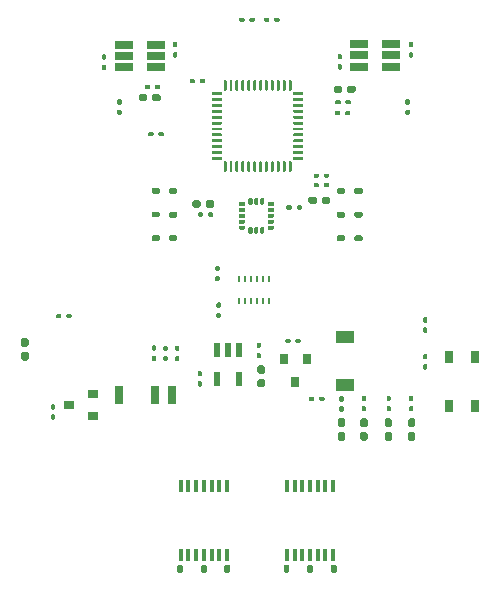
<source format=gtp>
G04 #@! TF.GenerationSoftware,KiCad,Pcbnew,(5.1.7)-1*
G04 #@! TF.CreationDate,2021-02-27T16:19:37+09:00*
G04 #@! TF.ProjectId,lapis,6c617069-732e-46b6-9963-61645f706362,rev?*
G04 #@! TF.SameCoordinates,Original*
G04 #@! TF.FileFunction,Paste,Top*
G04 #@! TF.FilePolarity,Positive*
%FSLAX46Y46*%
G04 Gerber Fmt 4.6, Leading zero omitted, Abs format (unit mm)*
G04 Created by KiCad (PCBNEW (5.1.7)-1) date 2021-02-27 16:19:37*
%MOMM*%
%LPD*%
G01*
G04 APERTURE LIST*
%ADD10R,0.650000X1.050000*%
%ADD11R,0.450000X1.000000*%
%ADD12R,0.250000X0.500000*%
%ADD13R,0.600000X1.200000*%
%ADD14R,0.700000X1.500000*%
%ADD15R,0.800000X0.900000*%
%ADD16R,0.900000X0.800000*%
%ADD17R,1.560000X0.650000*%
%ADD18R,1.600000X1.000000*%
G04 APERTURE END LIST*
D10*
X161525000Y-119875000D03*
X161525000Y-115725000D03*
X163675000Y-119875000D03*
X163675000Y-115725000D03*
D11*
X151700000Y-132538000D03*
X151050000Y-132538000D03*
X150400000Y-132538000D03*
X149750000Y-132538000D03*
X149100000Y-132538000D03*
X148450000Y-132538000D03*
X147800000Y-132538000D03*
X147800000Y-126662000D03*
X148450000Y-126662000D03*
X149100000Y-126662000D03*
X149750000Y-126662000D03*
X150400000Y-126662000D03*
X151050000Y-126662000D03*
X151700000Y-126662000D03*
X142700000Y-132538000D03*
X142050000Y-132538000D03*
X141400000Y-132538000D03*
X140750000Y-132538000D03*
X140100000Y-132538000D03*
X139450000Y-132538000D03*
X138800000Y-132538000D03*
X138800000Y-126662000D03*
X139450000Y-126662000D03*
X140100000Y-126662000D03*
X140750000Y-126662000D03*
X141400000Y-126662000D03*
X142050000Y-126662000D03*
X142700000Y-126662000D03*
D12*
X143740000Y-109140000D03*
X144240000Y-109140000D03*
X144740000Y-109140000D03*
X145240000Y-109140000D03*
X145740000Y-109140000D03*
X146240000Y-109140000D03*
X146240000Y-111040000D03*
X145740000Y-111040000D03*
X145240000Y-111040000D03*
X144740000Y-111040000D03*
X144240000Y-111040000D03*
X143740000Y-111040000D03*
D13*
X143750000Y-117650000D03*
X141850000Y-117650000D03*
X141850000Y-115150000D03*
X142800000Y-115150000D03*
X143750000Y-115150000D03*
D14*
X138090000Y-118980000D03*
X136590000Y-118980000D03*
X133590000Y-118980000D03*
G36*
G01*
X152240000Y-122090000D02*
X152560000Y-122090000D01*
G75*
G02*
X152720000Y-122250000I0J-160000D01*
G01*
X152720000Y-122695000D01*
G75*
G02*
X152560000Y-122855000I-160000J0D01*
G01*
X152240000Y-122855000D01*
G75*
G02*
X152080000Y-122695000I0J160000D01*
G01*
X152080000Y-122250000D01*
G75*
G02*
X152240000Y-122090000I160000J0D01*
G01*
G37*
G36*
G01*
X152240000Y-120945000D02*
X152560000Y-120945000D01*
G75*
G02*
X152720000Y-121105000I0J-160000D01*
G01*
X152720000Y-121550000D01*
G75*
G02*
X152560000Y-121710000I-160000J0D01*
G01*
X152240000Y-121710000D01*
G75*
G02*
X152080000Y-121550000I0J160000D01*
G01*
X152080000Y-121105000D01*
G75*
G02*
X152240000Y-120945000I160000J0D01*
G01*
G37*
G36*
G01*
X139996500Y-92310000D02*
X139996500Y-92490000D01*
G75*
G02*
X139906500Y-92580000I-90000J0D01*
G01*
X139628500Y-92580000D01*
G75*
G02*
X139538500Y-92490000I0J90000D01*
G01*
X139538500Y-92310000D01*
G75*
G02*
X139628500Y-92220000I90000J0D01*
G01*
X139906500Y-92220000D01*
G75*
G02*
X139996500Y-92310000I0J-90000D01*
G01*
G37*
G36*
G01*
X140861500Y-92310000D02*
X140861500Y-92490000D01*
G75*
G02*
X140771500Y-92580000I-90000J0D01*
G01*
X140493500Y-92580000D01*
G75*
G02*
X140403500Y-92490000I0J90000D01*
G01*
X140403500Y-92310000D01*
G75*
G02*
X140493500Y-92220000I90000J0D01*
G01*
X140771500Y-92220000D01*
G75*
G02*
X140861500Y-92310000I0J-90000D01*
G01*
G37*
G36*
G01*
X152703500Y-95190000D02*
X152703500Y-95010000D01*
G75*
G02*
X152793500Y-94920000I90000J0D01*
G01*
X153071500Y-94920000D01*
G75*
G02*
X153161500Y-95010000I0J-90000D01*
G01*
X153161500Y-95190000D01*
G75*
G02*
X153071500Y-95280000I-90000J0D01*
G01*
X152793500Y-95280000D01*
G75*
G02*
X152703500Y-95190000I0J90000D01*
G01*
G37*
G36*
G01*
X151838500Y-95190000D02*
X151838500Y-95010000D01*
G75*
G02*
X151928500Y-94920000I90000J0D01*
G01*
X152206500Y-94920000D01*
G75*
G02*
X152296500Y-95010000I0J-90000D01*
G01*
X152296500Y-95190000D01*
G75*
G02*
X152206500Y-95280000I-90000J0D01*
G01*
X151928500Y-95280000D01*
G75*
G02*
X151838500Y-95190000I0J90000D01*
G01*
G37*
G36*
G01*
X144525000Y-102762500D02*
X144525000Y-102387500D01*
G75*
G02*
X144612500Y-102300000I87500J0D01*
G01*
X144787500Y-102300000D01*
G75*
G02*
X144875000Y-102387500I0J-87500D01*
G01*
X144875000Y-102762500D01*
G75*
G02*
X144787500Y-102850000I-87500J0D01*
G01*
X144612500Y-102850000D01*
G75*
G02*
X144525000Y-102762500I0J87500D01*
G01*
G37*
G36*
G01*
X145025000Y-102762500D02*
X145025000Y-102387500D01*
G75*
G02*
X145112500Y-102300000I87500J0D01*
G01*
X145287500Y-102300000D01*
G75*
G02*
X145375000Y-102387500I0J-87500D01*
G01*
X145375000Y-102762500D01*
G75*
G02*
X145287500Y-102850000I-87500J0D01*
G01*
X145112500Y-102850000D01*
G75*
G02*
X145025000Y-102762500I0J87500D01*
G01*
G37*
G36*
G01*
X145525000Y-102762500D02*
X145525000Y-102387500D01*
G75*
G02*
X145612500Y-102300000I87500J0D01*
G01*
X145787500Y-102300000D01*
G75*
G02*
X145875000Y-102387500I0J-87500D01*
G01*
X145875000Y-102762500D01*
G75*
G02*
X145787500Y-102850000I-87500J0D01*
G01*
X145612500Y-102850000D01*
G75*
G02*
X145525000Y-102762500I0J87500D01*
G01*
G37*
G36*
G01*
X146150000Y-102887500D02*
X146150000Y-102712500D01*
G75*
G02*
X146237500Y-102625000I87500J0D01*
G01*
X146612500Y-102625000D01*
G75*
G02*
X146700000Y-102712500I0J-87500D01*
G01*
X146700000Y-102887500D01*
G75*
G02*
X146612500Y-102975000I-87500J0D01*
G01*
X146237500Y-102975000D01*
G75*
G02*
X146150000Y-102887500I0J87500D01*
G01*
G37*
G36*
G01*
X146150000Y-103387500D02*
X146150000Y-103212500D01*
G75*
G02*
X146237500Y-103125000I87500J0D01*
G01*
X146612500Y-103125000D01*
G75*
G02*
X146700000Y-103212500I0J-87500D01*
G01*
X146700000Y-103387500D01*
G75*
G02*
X146612500Y-103475000I-87500J0D01*
G01*
X146237500Y-103475000D01*
G75*
G02*
X146150000Y-103387500I0J87500D01*
G01*
G37*
G36*
G01*
X146150000Y-103887500D02*
X146150000Y-103712500D01*
G75*
G02*
X146237500Y-103625000I87500J0D01*
G01*
X146612500Y-103625000D01*
G75*
G02*
X146700000Y-103712500I0J-87500D01*
G01*
X146700000Y-103887500D01*
G75*
G02*
X146612500Y-103975000I-87500J0D01*
G01*
X146237500Y-103975000D01*
G75*
G02*
X146150000Y-103887500I0J87500D01*
G01*
G37*
G36*
G01*
X146150000Y-104387500D02*
X146150000Y-104212500D01*
G75*
G02*
X146237500Y-104125000I87500J0D01*
G01*
X146612500Y-104125000D01*
G75*
G02*
X146700000Y-104212500I0J-87500D01*
G01*
X146700000Y-104387500D01*
G75*
G02*
X146612500Y-104475000I-87500J0D01*
G01*
X146237500Y-104475000D01*
G75*
G02*
X146150000Y-104387500I0J87500D01*
G01*
G37*
G36*
G01*
X146150000Y-104887500D02*
X146150000Y-104712500D01*
G75*
G02*
X146237500Y-104625000I87500J0D01*
G01*
X146612500Y-104625000D01*
G75*
G02*
X146700000Y-104712500I0J-87500D01*
G01*
X146700000Y-104887500D01*
G75*
G02*
X146612500Y-104975000I-87500J0D01*
G01*
X146237500Y-104975000D01*
G75*
G02*
X146150000Y-104887500I0J87500D01*
G01*
G37*
G36*
G01*
X145525000Y-105212500D02*
X145525000Y-104837500D01*
G75*
G02*
X145612500Y-104750000I87500J0D01*
G01*
X145787500Y-104750000D01*
G75*
G02*
X145875000Y-104837500I0J-87500D01*
G01*
X145875000Y-105212500D01*
G75*
G02*
X145787500Y-105300000I-87500J0D01*
G01*
X145612500Y-105300000D01*
G75*
G02*
X145525000Y-105212500I0J87500D01*
G01*
G37*
G36*
G01*
X145025000Y-105212500D02*
X145025000Y-104837500D01*
G75*
G02*
X145112500Y-104750000I87500J0D01*
G01*
X145287500Y-104750000D01*
G75*
G02*
X145375000Y-104837500I0J-87500D01*
G01*
X145375000Y-105212500D01*
G75*
G02*
X145287500Y-105300000I-87500J0D01*
G01*
X145112500Y-105300000D01*
G75*
G02*
X145025000Y-105212500I0J87500D01*
G01*
G37*
G36*
G01*
X144525000Y-105212500D02*
X144525000Y-104837500D01*
G75*
G02*
X144612500Y-104750000I87500J0D01*
G01*
X144787500Y-104750000D01*
G75*
G02*
X144875000Y-104837500I0J-87500D01*
G01*
X144875000Y-105212500D01*
G75*
G02*
X144787500Y-105300000I-87500J0D01*
G01*
X144612500Y-105300000D01*
G75*
G02*
X144525000Y-105212500I0J87500D01*
G01*
G37*
G36*
G01*
X143700000Y-104887500D02*
X143700000Y-104712500D01*
G75*
G02*
X143787500Y-104625000I87500J0D01*
G01*
X144162500Y-104625000D01*
G75*
G02*
X144250000Y-104712500I0J-87500D01*
G01*
X144250000Y-104887500D01*
G75*
G02*
X144162500Y-104975000I-87500J0D01*
G01*
X143787500Y-104975000D01*
G75*
G02*
X143700000Y-104887500I0J87500D01*
G01*
G37*
G36*
G01*
X143700000Y-104387500D02*
X143700000Y-104212500D01*
G75*
G02*
X143787500Y-104125000I87500J0D01*
G01*
X144162500Y-104125000D01*
G75*
G02*
X144250000Y-104212500I0J-87500D01*
G01*
X144250000Y-104387500D01*
G75*
G02*
X144162500Y-104475000I-87500J0D01*
G01*
X143787500Y-104475000D01*
G75*
G02*
X143700000Y-104387500I0J87500D01*
G01*
G37*
G36*
G01*
X143700000Y-103887500D02*
X143700000Y-103712500D01*
G75*
G02*
X143787500Y-103625000I87500J0D01*
G01*
X144162500Y-103625000D01*
G75*
G02*
X144250000Y-103712500I0J-87500D01*
G01*
X144250000Y-103887500D01*
G75*
G02*
X144162500Y-103975000I-87500J0D01*
G01*
X143787500Y-103975000D01*
G75*
G02*
X143700000Y-103887500I0J87500D01*
G01*
G37*
G36*
G01*
X143700000Y-103387500D02*
X143700000Y-103212500D01*
G75*
G02*
X143787500Y-103125000I87500J0D01*
G01*
X144162500Y-103125000D01*
G75*
G02*
X144250000Y-103212500I0J-87500D01*
G01*
X144250000Y-103387500D01*
G75*
G02*
X144162500Y-103475000I-87500J0D01*
G01*
X143787500Y-103475000D01*
G75*
G02*
X143700000Y-103387500I0J87500D01*
G01*
G37*
G36*
G01*
X143700000Y-102887500D02*
X143700000Y-102712500D01*
G75*
G02*
X143787500Y-102625000I87500J0D01*
G01*
X144162500Y-102625000D01*
G75*
G02*
X144250000Y-102712500I0J-87500D01*
G01*
X144250000Y-102887500D01*
G75*
G02*
X144162500Y-102975000I-87500J0D01*
G01*
X143787500Y-102975000D01*
G75*
G02*
X143700000Y-102887500I0J87500D01*
G01*
G37*
G36*
G01*
X142425000Y-93137500D02*
X142425000Y-92387500D01*
G75*
G02*
X142487500Y-92325000I62500J0D01*
G01*
X142612500Y-92325000D01*
G75*
G02*
X142675000Y-92387500I0J-62500D01*
G01*
X142675000Y-93137500D01*
G75*
G02*
X142612500Y-93200000I-62500J0D01*
G01*
X142487500Y-93200000D01*
G75*
G02*
X142425000Y-93137500I0J62500D01*
G01*
G37*
G36*
G01*
X142925000Y-93137500D02*
X142925000Y-92387500D01*
G75*
G02*
X142987500Y-92325000I62500J0D01*
G01*
X143112500Y-92325000D01*
G75*
G02*
X143175000Y-92387500I0J-62500D01*
G01*
X143175000Y-93137500D01*
G75*
G02*
X143112500Y-93200000I-62500J0D01*
G01*
X142987500Y-93200000D01*
G75*
G02*
X142925000Y-93137500I0J62500D01*
G01*
G37*
G36*
G01*
X143425000Y-93137500D02*
X143425000Y-92387500D01*
G75*
G02*
X143487500Y-92325000I62500J0D01*
G01*
X143612500Y-92325000D01*
G75*
G02*
X143675000Y-92387500I0J-62500D01*
G01*
X143675000Y-93137500D01*
G75*
G02*
X143612500Y-93200000I-62500J0D01*
G01*
X143487500Y-93200000D01*
G75*
G02*
X143425000Y-93137500I0J62500D01*
G01*
G37*
G36*
G01*
X143925000Y-93137500D02*
X143925000Y-92387500D01*
G75*
G02*
X143987500Y-92325000I62500J0D01*
G01*
X144112500Y-92325000D01*
G75*
G02*
X144175000Y-92387500I0J-62500D01*
G01*
X144175000Y-93137500D01*
G75*
G02*
X144112500Y-93200000I-62500J0D01*
G01*
X143987500Y-93200000D01*
G75*
G02*
X143925000Y-93137500I0J62500D01*
G01*
G37*
G36*
G01*
X144425000Y-93137500D02*
X144425000Y-92387500D01*
G75*
G02*
X144487500Y-92325000I62500J0D01*
G01*
X144612500Y-92325000D01*
G75*
G02*
X144675000Y-92387500I0J-62500D01*
G01*
X144675000Y-93137500D01*
G75*
G02*
X144612500Y-93200000I-62500J0D01*
G01*
X144487500Y-93200000D01*
G75*
G02*
X144425000Y-93137500I0J62500D01*
G01*
G37*
G36*
G01*
X144925000Y-93137500D02*
X144925000Y-92387500D01*
G75*
G02*
X144987500Y-92325000I62500J0D01*
G01*
X145112500Y-92325000D01*
G75*
G02*
X145175000Y-92387500I0J-62500D01*
G01*
X145175000Y-93137500D01*
G75*
G02*
X145112500Y-93200000I-62500J0D01*
G01*
X144987500Y-93200000D01*
G75*
G02*
X144925000Y-93137500I0J62500D01*
G01*
G37*
G36*
G01*
X145425000Y-93137500D02*
X145425000Y-92387500D01*
G75*
G02*
X145487500Y-92325000I62500J0D01*
G01*
X145612500Y-92325000D01*
G75*
G02*
X145675000Y-92387500I0J-62500D01*
G01*
X145675000Y-93137500D01*
G75*
G02*
X145612500Y-93200000I-62500J0D01*
G01*
X145487500Y-93200000D01*
G75*
G02*
X145425000Y-93137500I0J62500D01*
G01*
G37*
G36*
G01*
X145925000Y-93137500D02*
X145925000Y-92387500D01*
G75*
G02*
X145987500Y-92325000I62500J0D01*
G01*
X146112500Y-92325000D01*
G75*
G02*
X146175000Y-92387500I0J-62500D01*
G01*
X146175000Y-93137500D01*
G75*
G02*
X146112500Y-93200000I-62500J0D01*
G01*
X145987500Y-93200000D01*
G75*
G02*
X145925000Y-93137500I0J62500D01*
G01*
G37*
G36*
G01*
X146425000Y-93137500D02*
X146425000Y-92387500D01*
G75*
G02*
X146487500Y-92325000I62500J0D01*
G01*
X146612500Y-92325000D01*
G75*
G02*
X146675000Y-92387500I0J-62500D01*
G01*
X146675000Y-93137500D01*
G75*
G02*
X146612500Y-93200000I-62500J0D01*
G01*
X146487500Y-93200000D01*
G75*
G02*
X146425000Y-93137500I0J62500D01*
G01*
G37*
G36*
G01*
X146925000Y-93137500D02*
X146925000Y-92387500D01*
G75*
G02*
X146987500Y-92325000I62500J0D01*
G01*
X147112500Y-92325000D01*
G75*
G02*
X147175000Y-92387500I0J-62500D01*
G01*
X147175000Y-93137500D01*
G75*
G02*
X147112500Y-93200000I-62500J0D01*
G01*
X146987500Y-93200000D01*
G75*
G02*
X146925000Y-93137500I0J62500D01*
G01*
G37*
G36*
G01*
X147425000Y-93137500D02*
X147425000Y-92387500D01*
G75*
G02*
X147487500Y-92325000I62500J0D01*
G01*
X147612500Y-92325000D01*
G75*
G02*
X147675000Y-92387500I0J-62500D01*
G01*
X147675000Y-93137500D01*
G75*
G02*
X147612500Y-93200000I-62500J0D01*
G01*
X147487500Y-93200000D01*
G75*
G02*
X147425000Y-93137500I0J62500D01*
G01*
G37*
G36*
G01*
X147925000Y-93137500D02*
X147925000Y-92387500D01*
G75*
G02*
X147987500Y-92325000I62500J0D01*
G01*
X148112500Y-92325000D01*
G75*
G02*
X148175000Y-92387500I0J-62500D01*
G01*
X148175000Y-93137500D01*
G75*
G02*
X148112500Y-93200000I-62500J0D01*
G01*
X147987500Y-93200000D01*
G75*
G02*
X147925000Y-93137500I0J62500D01*
G01*
G37*
G36*
G01*
X148300000Y-93512500D02*
X148300000Y-93387500D01*
G75*
G02*
X148362500Y-93325000I62500J0D01*
G01*
X149112500Y-93325000D01*
G75*
G02*
X149175000Y-93387500I0J-62500D01*
G01*
X149175000Y-93512500D01*
G75*
G02*
X149112500Y-93575000I-62500J0D01*
G01*
X148362500Y-93575000D01*
G75*
G02*
X148300000Y-93512500I0J62500D01*
G01*
G37*
G36*
G01*
X148300000Y-94012500D02*
X148300000Y-93887500D01*
G75*
G02*
X148362500Y-93825000I62500J0D01*
G01*
X149112500Y-93825000D01*
G75*
G02*
X149175000Y-93887500I0J-62500D01*
G01*
X149175000Y-94012500D01*
G75*
G02*
X149112500Y-94075000I-62500J0D01*
G01*
X148362500Y-94075000D01*
G75*
G02*
X148300000Y-94012500I0J62500D01*
G01*
G37*
G36*
G01*
X148300000Y-94512500D02*
X148300000Y-94387500D01*
G75*
G02*
X148362500Y-94325000I62500J0D01*
G01*
X149112500Y-94325000D01*
G75*
G02*
X149175000Y-94387500I0J-62500D01*
G01*
X149175000Y-94512500D01*
G75*
G02*
X149112500Y-94575000I-62500J0D01*
G01*
X148362500Y-94575000D01*
G75*
G02*
X148300000Y-94512500I0J62500D01*
G01*
G37*
G36*
G01*
X148300000Y-95012500D02*
X148300000Y-94887500D01*
G75*
G02*
X148362500Y-94825000I62500J0D01*
G01*
X149112500Y-94825000D01*
G75*
G02*
X149175000Y-94887500I0J-62500D01*
G01*
X149175000Y-95012500D01*
G75*
G02*
X149112500Y-95075000I-62500J0D01*
G01*
X148362500Y-95075000D01*
G75*
G02*
X148300000Y-95012500I0J62500D01*
G01*
G37*
G36*
G01*
X148300000Y-95512500D02*
X148300000Y-95387500D01*
G75*
G02*
X148362500Y-95325000I62500J0D01*
G01*
X149112500Y-95325000D01*
G75*
G02*
X149175000Y-95387500I0J-62500D01*
G01*
X149175000Y-95512500D01*
G75*
G02*
X149112500Y-95575000I-62500J0D01*
G01*
X148362500Y-95575000D01*
G75*
G02*
X148300000Y-95512500I0J62500D01*
G01*
G37*
G36*
G01*
X148300000Y-96012500D02*
X148300000Y-95887500D01*
G75*
G02*
X148362500Y-95825000I62500J0D01*
G01*
X149112500Y-95825000D01*
G75*
G02*
X149175000Y-95887500I0J-62500D01*
G01*
X149175000Y-96012500D01*
G75*
G02*
X149112500Y-96075000I-62500J0D01*
G01*
X148362500Y-96075000D01*
G75*
G02*
X148300000Y-96012500I0J62500D01*
G01*
G37*
G36*
G01*
X148300000Y-96512500D02*
X148300000Y-96387500D01*
G75*
G02*
X148362500Y-96325000I62500J0D01*
G01*
X149112500Y-96325000D01*
G75*
G02*
X149175000Y-96387500I0J-62500D01*
G01*
X149175000Y-96512500D01*
G75*
G02*
X149112500Y-96575000I-62500J0D01*
G01*
X148362500Y-96575000D01*
G75*
G02*
X148300000Y-96512500I0J62500D01*
G01*
G37*
G36*
G01*
X148300000Y-97012500D02*
X148300000Y-96887500D01*
G75*
G02*
X148362500Y-96825000I62500J0D01*
G01*
X149112500Y-96825000D01*
G75*
G02*
X149175000Y-96887500I0J-62500D01*
G01*
X149175000Y-97012500D01*
G75*
G02*
X149112500Y-97075000I-62500J0D01*
G01*
X148362500Y-97075000D01*
G75*
G02*
X148300000Y-97012500I0J62500D01*
G01*
G37*
G36*
G01*
X148300000Y-97512500D02*
X148300000Y-97387500D01*
G75*
G02*
X148362500Y-97325000I62500J0D01*
G01*
X149112500Y-97325000D01*
G75*
G02*
X149175000Y-97387500I0J-62500D01*
G01*
X149175000Y-97512500D01*
G75*
G02*
X149112500Y-97575000I-62500J0D01*
G01*
X148362500Y-97575000D01*
G75*
G02*
X148300000Y-97512500I0J62500D01*
G01*
G37*
G36*
G01*
X148300000Y-98012500D02*
X148300000Y-97887500D01*
G75*
G02*
X148362500Y-97825000I62500J0D01*
G01*
X149112500Y-97825000D01*
G75*
G02*
X149175000Y-97887500I0J-62500D01*
G01*
X149175000Y-98012500D01*
G75*
G02*
X149112500Y-98075000I-62500J0D01*
G01*
X148362500Y-98075000D01*
G75*
G02*
X148300000Y-98012500I0J62500D01*
G01*
G37*
G36*
G01*
X148300000Y-98512500D02*
X148300000Y-98387500D01*
G75*
G02*
X148362500Y-98325000I62500J0D01*
G01*
X149112500Y-98325000D01*
G75*
G02*
X149175000Y-98387500I0J-62500D01*
G01*
X149175000Y-98512500D01*
G75*
G02*
X149112500Y-98575000I-62500J0D01*
G01*
X148362500Y-98575000D01*
G75*
G02*
X148300000Y-98512500I0J62500D01*
G01*
G37*
G36*
G01*
X148300000Y-99012500D02*
X148300000Y-98887500D01*
G75*
G02*
X148362500Y-98825000I62500J0D01*
G01*
X149112500Y-98825000D01*
G75*
G02*
X149175000Y-98887500I0J-62500D01*
G01*
X149175000Y-99012500D01*
G75*
G02*
X149112500Y-99075000I-62500J0D01*
G01*
X148362500Y-99075000D01*
G75*
G02*
X148300000Y-99012500I0J62500D01*
G01*
G37*
G36*
G01*
X147925000Y-100012500D02*
X147925000Y-99262500D01*
G75*
G02*
X147987500Y-99200000I62500J0D01*
G01*
X148112500Y-99200000D01*
G75*
G02*
X148175000Y-99262500I0J-62500D01*
G01*
X148175000Y-100012500D01*
G75*
G02*
X148112500Y-100075000I-62500J0D01*
G01*
X147987500Y-100075000D01*
G75*
G02*
X147925000Y-100012500I0J62500D01*
G01*
G37*
G36*
G01*
X147425000Y-100012500D02*
X147425000Y-99262500D01*
G75*
G02*
X147487500Y-99200000I62500J0D01*
G01*
X147612500Y-99200000D01*
G75*
G02*
X147675000Y-99262500I0J-62500D01*
G01*
X147675000Y-100012500D01*
G75*
G02*
X147612500Y-100075000I-62500J0D01*
G01*
X147487500Y-100075000D01*
G75*
G02*
X147425000Y-100012500I0J62500D01*
G01*
G37*
G36*
G01*
X146925000Y-100012500D02*
X146925000Y-99262500D01*
G75*
G02*
X146987500Y-99200000I62500J0D01*
G01*
X147112500Y-99200000D01*
G75*
G02*
X147175000Y-99262500I0J-62500D01*
G01*
X147175000Y-100012500D01*
G75*
G02*
X147112500Y-100075000I-62500J0D01*
G01*
X146987500Y-100075000D01*
G75*
G02*
X146925000Y-100012500I0J62500D01*
G01*
G37*
G36*
G01*
X146425000Y-100012500D02*
X146425000Y-99262500D01*
G75*
G02*
X146487500Y-99200000I62500J0D01*
G01*
X146612500Y-99200000D01*
G75*
G02*
X146675000Y-99262500I0J-62500D01*
G01*
X146675000Y-100012500D01*
G75*
G02*
X146612500Y-100075000I-62500J0D01*
G01*
X146487500Y-100075000D01*
G75*
G02*
X146425000Y-100012500I0J62500D01*
G01*
G37*
G36*
G01*
X145925000Y-100012500D02*
X145925000Y-99262500D01*
G75*
G02*
X145987500Y-99200000I62500J0D01*
G01*
X146112500Y-99200000D01*
G75*
G02*
X146175000Y-99262500I0J-62500D01*
G01*
X146175000Y-100012500D01*
G75*
G02*
X146112500Y-100075000I-62500J0D01*
G01*
X145987500Y-100075000D01*
G75*
G02*
X145925000Y-100012500I0J62500D01*
G01*
G37*
G36*
G01*
X145425000Y-100012500D02*
X145425000Y-99262500D01*
G75*
G02*
X145487500Y-99200000I62500J0D01*
G01*
X145612500Y-99200000D01*
G75*
G02*
X145675000Y-99262500I0J-62500D01*
G01*
X145675000Y-100012500D01*
G75*
G02*
X145612500Y-100075000I-62500J0D01*
G01*
X145487500Y-100075000D01*
G75*
G02*
X145425000Y-100012500I0J62500D01*
G01*
G37*
G36*
G01*
X144925000Y-100012500D02*
X144925000Y-99262500D01*
G75*
G02*
X144987500Y-99200000I62500J0D01*
G01*
X145112500Y-99200000D01*
G75*
G02*
X145175000Y-99262500I0J-62500D01*
G01*
X145175000Y-100012500D01*
G75*
G02*
X145112500Y-100075000I-62500J0D01*
G01*
X144987500Y-100075000D01*
G75*
G02*
X144925000Y-100012500I0J62500D01*
G01*
G37*
G36*
G01*
X144425000Y-100012500D02*
X144425000Y-99262500D01*
G75*
G02*
X144487500Y-99200000I62500J0D01*
G01*
X144612500Y-99200000D01*
G75*
G02*
X144675000Y-99262500I0J-62500D01*
G01*
X144675000Y-100012500D01*
G75*
G02*
X144612500Y-100075000I-62500J0D01*
G01*
X144487500Y-100075000D01*
G75*
G02*
X144425000Y-100012500I0J62500D01*
G01*
G37*
G36*
G01*
X143925000Y-100012500D02*
X143925000Y-99262500D01*
G75*
G02*
X143987500Y-99200000I62500J0D01*
G01*
X144112500Y-99200000D01*
G75*
G02*
X144175000Y-99262500I0J-62500D01*
G01*
X144175000Y-100012500D01*
G75*
G02*
X144112500Y-100075000I-62500J0D01*
G01*
X143987500Y-100075000D01*
G75*
G02*
X143925000Y-100012500I0J62500D01*
G01*
G37*
G36*
G01*
X143425000Y-100012500D02*
X143425000Y-99262500D01*
G75*
G02*
X143487500Y-99200000I62500J0D01*
G01*
X143612500Y-99200000D01*
G75*
G02*
X143675000Y-99262500I0J-62500D01*
G01*
X143675000Y-100012500D01*
G75*
G02*
X143612500Y-100075000I-62500J0D01*
G01*
X143487500Y-100075000D01*
G75*
G02*
X143425000Y-100012500I0J62500D01*
G01*
G37*
G36*
G01*
X142925000Y-100012500D02*
X142925000Y-99262500D01*
G75*
G02*
X142987500Y-99200000I62500J0D01*
G01*
X143112500Y-99200000D01*
G75*
G02*
X143175000Y-99262500I0J-62500D01*
G01*
X143175000Y-100012500D01*
G75*
G02*
X143112500Y-100075000I-62500J0D01*
G01*
X142987500Y-100075000D01*
G75*
G02*
X142925000Y-100012500I0J62500D01*
G01*
G37*
G36*
G01*
X142425000Y-100012500D02*
X142425000Y-99262500D01*
G75*
G02*
X142487500Y-99200000I62500J0D01*
G01*
X142612500Y-99200000D01*
G75*
G02*
X142675000Y-99262500I0J-62500D01*
G01*
X142675000Y-100012500D01*
G75*
G02*
X142612500Y-100075000I-62500J0D01*
G01*
X142487500Y-100075000D01*
G75*
G02*
X142425000Y-100012500I0J62500D01*
G01*
G37*
G36*
G01*
X141425000Y-99012500D02*
X141425000Y-98887500D01*
G75*
G02*
X141487500Y-98825000I62500J0D01*
G01*
X142237500Y-98825000D01*
G75*
G02*
X142300000Y-98887500I0J-62500D01*
G01*
X142300000Y-99012500D01*
G75*
G02*
X142237500Y-99075000I-62500J0D01*
G01*
X141487500Y-99075000D01*
G75*
G02*
X141425000Y-99012500I0J62500D01*
G01*
G37*
G36*
G01*
X141425000Y-98512500D02*
X141425000Y-98387500D01*
G75*
G02*
X141487500Y-98325000I62500J0D01*
G01*
X142237500Y-98325000D01*
G75*
G02*
X142300000Y-98387500I0J-62500D01*
G01*
X142300000Y-98512500D01*
G75*
G02*
X142237500Y-98575000I-62500J0D01*
G01*
X141487500Y-98575000D01*
G75*
G02*
X141425000Y-98512500I0J62500D01*
G01*
G37*
G36*
G01*
X141425000Y-98012500D02*
X141425000Y-97887500D01*
G75*
G02*
X141487500Y-97825000I62500J0D01*
G01*
X142237500Y-97825000D01*
G75*
G02*
X142300000Y-97887500I0J-62500D01*
G01*
X142300000Y-98012500D01*
G75*
G02*
X142237500Y-98075000I-62500J0D01*
G01*
X141487500Y-98075000D01*
G75*
G02*
X141425000Y-98012500I0J62500D01*
G01*
G37*
G36*
G01*
X141425000Y-97512500D02*
X141425000Y-97387500D01*
G75*
G02*
X141487500Y-97325000I62500J0D01*
G01*
X142237500Y-97325000D01*
G75*
G02*
X142300000Y-97387500I0J-62500D01*
G01*
X142300000Y-97512500D01*
G75*
G02*
X142237500Y-97575000I-62500J0D01*
G01*
X141487500Y-97575000D01*
G75*
G02*
X141425000Y-97512500I0J62500D01*
G01*
G37*
G36*
G01*
X141425000Y-97012500D02*
X141425000Y-96887500D01*
G75*
G02*
X141487500Y-96825000I62500J0D01*
G01*
X142237500Y-96825000D01*
G75*
G02*
X142300000Y-96887500I0J-62500D01*
G01*
X142300000Y-97012500D01*
G75*
G02*
X142237500Y-97075000I-62500J0D01*
G01*
X141487500Y-97075000D01*
G75*
G02*
X141425000Y-97012500I0J62500D01*
G01*
G37*
G36*
G01*
X141425000Y-96512500D02*
X141425000Y-96387500D01*
G75*
G02*
X141487500Y-96325000I62500J0D01*
G01*
X142237500Y-96325000D01*
G75*
G02*
X142300000Y-96387500I0J-62500D01*
G01*
X142300000Y-96512500D01*
G75*
G02*
X142237500Y-96575000I-62500J0D01*
G01*
X141487500Y-96575000D01*
G75*
G02*
X141425000Y-96512500I0J62500D01*
G01*
G37*
G36*
G01*
X141425000Y-96012500D02*
X141425000Y-95887500D01*
G75*
G02*
X141487500Y-95825000I62500J0D01*
G01*
X142237500Y-95825000D01*
G75*
G02*
X142300000Y-95887500I0J-62500D01*
G01*
X142300000Y-96012500D01*
G75*
G02*
X142237500Y-96075000I-62500J0D01*
G01*
X141487500Y-96075000D01*
G75*
G02*
X141425000Y-96012500I0J62500D01*
G01*
G37*
G36*
G01*
X141425000Y-95512500D02*
X141425000Y-95387500D01*
G75*
G02*
X141487500Y-95325000I62500J0D01*
G01*
X142237500Y-95325000D01*
G75*
G02*
X142300000Y-95387500I0J-62500D01*
G01*
X142300000Y-95512500D01*
G75*
G02*
X142237500Y-95575000I-62500J0D01*
G01*
X141487500Y-95575000D01*
G75*
G02*
X141425000Y-95512500I0J62500D01*
G01*
G37*
G36*
G01*
X141425000Y-95012500D02*
X141425000Y-94887500D01*
G75*
G02*
X141487500Y-94825000I62500J0D01*
G01*
X142237500Y-94825000D01*
G75*
G02*
X142300000Y-94887500I0J-62500D01*
G01*
X142300000Y-95012500D01*
G75*
G02*
X142237500Y-95075000I-62500J0D01*
G01*
X141487500Y-95075000D01*
G75*
G02*
X141425000Y-95012500I0J62500D01*
G01*
G37*
G36*
G01*
X141425000Y-94512500D02*
X141425000Y-94387500D01*
G75*
G02*
X141487500Y-94325000I62500J0D01*
G01*
X142237500Y-94325000D01*
G75*
G02*
X142300000Y-94387500I0J-62500D01*
G01*
X142300000Y-94512500D01*
G75*
G02*
X142237500Y-94575000I-62500J0D01*
G01*
X141487500Y-94575000D01*
G75*
G02*
X141425000Y-94512500I0J62500D01*
G01*
G37*
G36*
G01*
X141425000Y-94012500D02*
X141425000Y-93887500D01*
G75*
G02*
X141487500Y-93825000I62500J0D01*
G01*
X142237500Y-93825000D01*
G75*
G02*
X142300000Y-93887500I0J-62500D01*
G01*
X142300000Y-94012500D01*
G75*
G02*
X142237500Y-94075000I-62500J0D01*
G01*
X141487500Y-94075000D01*
G75*
G02*
X141425000Y-94012500I0J62500D01*
G01*
G37*
G36*
G01*
X141425000Y-93512500D02*
X141425000Y-93387500D01*
G75*
G02*
X141487500Y-93325000I62500J0D01*
G01*
X142237500Y-93325000D01*
G75*
G02*
X142300000Y-93387500I0J-62500D01*
G01*
X142300000Y-93512500D01*
G75*
G02*
X142237500Y-93575000I-62500J0D01*
G01*
X141487500Y-93575000D01*
G75*
G02*
X141425000Y-93512500I0J62500D01*
G01*
G37*
G36*
G01*
X137361500Y-96810000D02*
X137361500Y-96990000D01*
G75*
G02*
X137271500Y-97080000I-90000J0D01*
G01*
X136993500Y-97080000D01*
G75*
G02*
X136903500Y-96990000I0J90000D01*
G01*
X136903500Y-96810000D01*
G75*
G02*
X136993500Y-96720000I90000J0D01*
G01*
X137271500Y-96720000D01*
G75*
G02*
X137361500Y-96810000I0J-90000D01*
G01*
G37*
G36*
G01*
X136496500Y-96810000D02*
X136496500Y-96990000D01*
G75*
G02*
X136406500Y-97080000I-90000J0D01*
G01*
X136128500Y-97080000D01*
G75*
G02*
X136038500Y-96990000I0J90000D01*
G01*
X136038500Y-96810000D01*
G75*
G02*
X136128500Y-96720000I90000J0D01*
G01*
X136406500Y-96720000D01*
G75*
G02*
X136496500Y-96810000I0J-90000D01*
G01*
G37*
G36*
G01*
X152741000Y-94280000D02*
X152741000Y-94100000D01*
G75*
G02*
X152831000Y-94010000I90000J0D01*
G01*
X153109000Y-94010000D01*
G75*
G02*
X153199000Y-94100000I0J-90000D01*
G01*
X153199000Y-94280000D01*
G75*
G02*
X153109000Y-94370000I-90000J0D01*
G01*
X152831000Y-94370000D01*
G75*
G02*
X152741000Y-94280000I0J90000D01*
G01*
G37*
G36*
G01*
X151876000Y-94280000D02*
X151876000Y-94100000D01*
G75*
G02*
X151966000Y-94010000I90000J0D01*
G01*
X152244000Y-94010000D01*
G75*
G02*
X152334000Y-94100000I0J-90000D01*
G01*
X152334000Y-94280000D01*
G75*
G02*
X152244000Y-94370000I-90000J0D01*
G01*
X151966000Y-94370000D01*
G75*
G02*
X151876000Y-94280000I0J90000D01*
G01*
G37*
G36*
G01*
X149646000Y-119390000D02*
X149646000Y-119210000D01*
G75*
G02*
X149736000Y-119120000I90000J0D01*
G01*
X150014000Y-119120000D01*
G75*
G02*
X150104000Y-119210000I0J-90000D01*
G01*
X150104000Y-119390000D01*
G75*
G02*
X150014000Y-119480000I-90000J0D01*
G01*
X149736000Y-119480000D01*
G75*
G02*
X149646000Y-119390000I0J90000D01*
G01*
G37*
G36*
G01*
X150511000Y-119390000D02*
X150511000Y-119210000D01*
G75*
G02*
X150601000Y-119120000I90000J0D01*
G01*
X150879000Y-119120000D01*
G75*
G02*
X150969000Y-119210000I0J-90000D01*
G01*
X150969000Y-119390000D01*
G75*
G02*
X150879000Y-119480000I-90000J0D01*
G01*
X150601000Y-119480000D01*
G75*
G02*
X150511000Y-119390000I0J90000D01*
G01*
G37*
G36*
G01*
X156210000Y-120945000D02*
X156530000Y-120945000D01*
G75*
G02*
X156690000Y-121105000I0J-160000D01*
G01*
X156690000Y-121550000D01*
G75*
G02*
X156530000Y-121710000I-160000J0D01*
G01*
X156210000Y-121710000D01*
G75*
G02*
X156050000Y-121550000I0J160000D01*
G01*
X156050000Y-121105000D01*
G75*
G02*
X156210000Y-120945000I160000J0D01*
G01*
G37*
G36*
G01*
X156210000Y-122090000D02*
X156530000Y-122090000D01*
G75*
G02*
X156690000Y-122250000I0J-160000D01*
G01*
X156690000Y-122695000D01*
G75*
G02*
X156530000Y-122855000I-160000J0D01*
G01*
X156210000Y-122855000D01*
G75*
G02*
X156050000Y-122695000I0J160000D01*
G01*
X156050000Y-122250000D01*
G75*
G02*
X156210000Y-122090000I160000J0D01*
G01*
G37*
D15*
X148500000Y-117900000D03*
X147550000Y-115900000D03*
X149450000Y-115900000D03*
D16*
X129330000Y-119835000D03*
X131330000Y-118885000D03*
X131330000Y-120785000D03*
D17*
X153880000Y-89270000D03*
X153880000Y-90220000D03*
X153880000Y-91170000D03*
X156580000Y-91170000D03*
X156580000Y-89270000D03*
X156580000Y-90220000D03*
X136670000Y-90260000D03*
X136670000Y-89310000D03*
X136670000Y-91210000D03*
X133970000Y-91210000D03*
X133970000Y-90260000D03*
X133970000Y-89310000D03*
G36*
G01*
X148961500Y-114310000D02*
X148961500Y-114490000D01*
G75*
G02*
X148871500Y-114580000I-90000J0D01*
G01*
X148593500Y-114580000D01*
G75*
G02*
X148503500Y-114490000I0J90000D01*
G01*
X148503500Y-114310000D01*
G75*
G02*
X148593500Y-114220000I90000J0D01*
G01*
X148871500Y-114220000D01*
G75*
G02*
X148961500Y-114310000I0J-90000D01*
G01*
G37*
G36*
G01*
X148096500Y-114310000D02*
X148096500Y-114490000D01*
G75*
G02*
X148006500Y-114580000I-90000J0D01*
G01*
X147728500Y-114580000D01*
G75*
G02*
X147638500Y-114490000I0J90000D01*
G01*
X147638500Y-114310000D01*
G75*
G02*
X147728500Y-114220000I90000J0D01*
G01*
X148006500Y-114220000D01*
G75*
G02*
X148096500Y-114310000I0J-90000D01*
G01*
G37*
G36*
G01*
X159595000Y-115954000D02*
X159415000Y-115954000D01*
G75*
G02*
X159325000Y-115864000I0J90000D01*
G01*
X159325000Y-115586000D01*
G75*
G02*
X159415000Y-115496000I90000J0D01*
G01*
X159595000Y-115496000D01*
G75*
G02*
X159685000Y-115586000I0J-90000D01*
G01*
X159685000Y-115864000D01*
G75*
G02*
X159595000Y-115954000I-90000J0D01*
G01*
G37*
G36*
G01*
X159595000Y-116819000D02*
X159415000Y-116819000D01*
G75*
G02*
X159325000Y-116729000I0J90000D01*
G01*
X159325000Y-116451000D01*
G75*
G02*
X159415000Y-116361000I90000J0D01*
G01*
X159595000Y-116361000D01*
G75*
G02*
X159685000Y-116451000I0J-90000D01*
G01*
X159685000Y-116729000D01*
G75*
G02*
X159595000Y-116819000I-90000J0D01*
G01*
G37*
G36*
G01*
X152490000Y-120394000D02*
X152310000Y-120394000D01*
G75*
G02*
X152220000Y-120304000I0J90000D01*
G01*
X152220000Y-120026000D01*
G75*
G02*
X152310000Y-119936000I90000J0D01*
G01*
X152490000Y-119936000D01*
G75*
G02*
X152580000Y-120026000I0J-90000D01*
G01*
X152580000Y-120304000D01*
G75*
G02*
X152490000Y-120394000I-90000J0D01*
G01*
G37*
G36*
G01*
X152490000Y-119529000D02*
X152310000Y-119529000D01*
G75*
G02*
X152220000Y-119439000I0J90000D01*
G01*
X152220000Y-119161000D01*
G75*
G02*
X152310000Y-119071000I90000J0D01*
G01*
X152490000Y-119071000D01*
G75*
G02*
X152580000Y-119161000I0J-90000D01*
G01*
X152580000Y-119439000D01*
G75*
G02*
X152490000Y-119529000I-90000J0D01*
G01*
G37*
G36*
G01*
X154390000Y-120361500D02*
X154210000Y-120361500D01*
G75*
G02*
X154120000Y-120271500I0J90000D01*
G01*
X154120000Y-119993500D01*
G75*
G02*
X154210000Y-119903500I90000J0D01*
G01*
X154390000Y-119903500D01*
G75*
G02*
X154480000Y-119993500I0J-90000D01*
G01*
X154480000Y-120271500D01*
G75*
G02*
X154390000Y-120361500I-90000J0D01*
G01*
G37*
G36*
G01*
X154390000Y-119496500D02*
X154210000Y-119496500D01*
G75*
G02*
X154120000Y-119406500I0J90000D01*
G01*
X154120000Y-119128500D01*
G75*
G02*
X154210000Y-119038500I90000J0D01*
G01*
X154390000Y-119038500D01*
G75*
G02*
X154480000Y-119128500I0J-90000D01*
G01*
X154480000Y-119406500D01*
G75*
G02*
X154390000Y-119496500I-90000J0D01*
G01*
G37*
G36*
G01*
X156490000Y-120361500D02*
X156310000Y-120361500D01*
G75*
G02*
X156220000Y-120271500I0J90000D01*
G01*
X156220000Y-119993500D01*
G75*
G02*
X156310000Y-119903500I90000J0D01*
G01*
X156490000Y-119903500D01*
G75*
G02*
X156580000Y-119993500I0J-90000D01*
G01*
X156580000Y-120271500D01*
G75*
G02*
X156490000Y-120361500I-90000J0D01*
G01*
G37*
G36*
G01*
X156490000Y-119496500D02*
X156310000Y-119496500D01*
G75*
G02*
X156220000Y-119406500I0J90000D01*
G01*
X156220000Y-119128500D01*
G75*
G02*
X156310000Y-119038500I90000J0D01*
G01*
X156490000Y-119038500D01*
G75*
G02*
X156580000Y-119128500I0J-90000D01*
G01*
X156580000Y-119406500D01*
G75*
G02*
X156490000Y-119496500I-90000J0D01*
G01*
G37*
G36*
G01*
X158390000Y-119496500D02*
X158210000Y-119496500D01*
G75*
G02*
X158120000Y-119406500I0J90000D01*
G01*
X158120000Y-119128500D01*
G75*
G02*
X158210000Y-119038500I90000J0D01*
G01*
X158390000Y-119038500D01*
G75*
G02*
X158480000Y-119128500I0J-90000D01*
G01*
X158480000Y-119406500D01*
G75*
G02*
X158390000Y-119496500I-90000J0D01*
G01*
G37*
G36*
G01*
X158390000Y-120361500D02*
X158210000Y-120361500D01*
G75*
G02*
X158120000Y-120271500I0J90000D01*
G01*
X158120000Y-119993500D01*
G75*
G02*
X158210000Y-119903500I90000J0D01*
G01*
X158390000Y-119903500D01*
G75*
G02*
X158480000Y-119993500I0J-90000D01*
G01*
X158480000Y-120271500D01*
G75*
G02*
X158390000Y-120361500I-90000J0D01*
G01*
G37*
G36*
G01*
X152350000Y-90559000D02*
X152170000Y-90559000D01*
G75*
G02*
X152080000Y-90469000I0J90000D01*
G01*
X152080000Y-90191000D01*
G75*
G02*
X152170000Y-90101000I90000J0D01*
G01*
X152350000Y-90101000D01*
G75*
G02*
X152440000Y-90191000I0J-90000D01*
G01*
X152440000Y-90469000D01*
G75*
G02*
X152350000Y-90559000I-90000J0D01*
G01*
G37*
G36*
G01*
X152350000Y-91424000D02*
X152170000Y-91424000D01*
G75*
G02*
X152080000Y-91334000I0J90000D01*
G01*
X152080000Y-91056000D01*
G75*
G02*
X152170000Y-90966000I90000J0D01*
G01*
X152350000Y-90966000D01*
G75*
G02*
X152440000Y-91056000I0J-90000D01*
G01*
X152440000Y-91334000D01*
G75*
G02*
X152350000Y-91424000I-90000J0D01*
G01*
G37*
G36*
G01*
X129103500Y-112390000D02*
X129103500Y-112210000D01*
G75*
G02*
X129193500Y-112120000I90000J0D01*
G01*
X129471500Y-112120000D01*
G75*
G02*
X129561500Y-112210000I0J-90000D01*
G01*
X129561500Y-112390000D01*
G75*
G02*
X129471500Y-112480000I-90000J0D01*
G01*
X129193500Y-112480000D01*
G75*
G02*
X129103500Y-112390000I0J90000D01*
G01*
G37*
G36*
G01*
X128238500Y-112390000D02*
X128238500Y-112210000D01*
G75*
G02*
X128328500Y-112120000I90000J0D01*
G01*
X128606500Y-112120000D01*
G75*
G02*
X128696500Y-112210000I0J-90000D01*
G01*
X128696500Y-112390000D01*
G75*
G02*
X128606500Y-112480000I-90000J0D01*
G01*
X128328500Y-112480000D01*
G75*
G02*
X128238500Y-112390000I0J90000D01*
G01*
G37*
G36*
G01*
X137410000Y-115663500D02*
X137590000Y-115663500D01*
G75*
G02*
X137680000Y-115753500I0J-90000D01*
G01*
X137680000Y-116031500D01*
G75*
G02*
X137590000Y-116121500I-90000J0D01*
G01*
X137410000Y-116121500D01*
G75*
G02*
X137320000Y-116031500I0J90000D01*
G01*
X137320000Y-115753500D01*
G75*
G02*
X137410000Y-115663500I90000J0D01*
G01*
G37*
G36*
G01*
X137410000Y-114798500D02*
X137590000Y-114798500D01*
G75*
G02*
X137680000Y-114888500I0J-90000D01*
G01*
X137680000Y-115166500D01*
G75*
G02*
X137590000Y-115256500I-90000J0D01*
G01*
X137410000Y-115256500D01*
G75*
G02*
X137320000Y-115166500I0J90000D01*
G01*
X137320000Y-114888500D01*
G75*
G02*
X137410000Y-114798500I90000J0D01*
G01*
G37*
G36*
G01*
X136620000Y-115236500D02*
X136440000Y-115236500D01*
G75*
G02*
X136350000Y-115146500I0J90000D01*
G01*
X136350000Y-114868500D01*
G75*
G02*
X136440000Y-114778500I90000J0D01*
G01*
X136620000Y-114778500D01*
G75*
G02*
X136710000Y-114868500I0J-90000D01*
G01*
X136710000Y-115146500D01*
G75*
G02*
X136620000Y-115236500I-90000J0D01*
G01*
G37*
G36*
G01*
X136620000Y-116101500D02*
X136440000Y-116101500D01*
G75*
G02*
X136350000Y-116011500I0J90000D01*
G01*
X136350000Y-115733500D01*
G75*
G02*
X136440000Y-115643500I90000J0D01*
G01*
X136620000Y-115643500D01*
G75*
G02*
X136710000Y-115733500I0J-90000D01*
G01*
X136710000Y-116011500D01*
G75*
G02*
X136620000Y-116101500I-90000J0D01*
G01*
G37*
G36*
G01*
X128060000Y-120209000D02*
X127880000Y-120209000D01*
G75*
G02*
X127790000Y-120119000I0J90000D01*
G01*
X127790000Y-119841000D01*
G75*
G02*
X127880000Y-119751000I90000J0D01*
G01*
X128060000Y-119751000D01*
G75*
G02*
X128150000Y-119841000I0J-90000D01*
G01*
X128150000Y-120119000D01*
G75*
G02*
X128060000Y-120209000I-90000J0D01*
G01*
G37*
G36*
G01*
X128060000Y-121074000D02*
X127880000Y-121074000D01*
G75*
G02*
X127790000Y-120984000I0J90000D01*
G01*
X127790000Y-120706000D01*
G75*
G02*
X127880000Y-120616000I90000J0D01*
G01*
X128060000Y-120616000D01*
G75*
G02*
X128150000Y-120706000I0J-90000D01*
G01*
X128150000Y-120984000D01*
G75*
G02*
X128060000Y-121074000I-90000J0D01*
G01*
G37*
G36*
G01*
X144603500Y-87290000D02*
X144603500Y-87110000D01*
G75*
G02*
X144693500Y-87020000I90000J0D01*
G01*
X144971500Y-87020000D01*
G75*
G02*
X145061500Y-87110000I0J-90000D01*
G01*
X145061500Y-87290000D01*
G75*
G02*
X144971500Y-87380000I-90000J0D01*
G01*
X144693500Y-87380000D01*
G75*
G02*
X144603500Y-87290000I0J90000D01*
G01*
G37*
G36*
G01*
X143738500Y-87290000D02*
X143738500Y-87110000D01*
G75*
G02*
X143828500Y-87020000I90000J0D01*
G01*
X144106500Y-87020000D01*
G75*
G02*
X144196500Y-87110000I0J-90000D01*
G01*
X144196500Y-87290000D01*
G75*
G02*
X144106500Y-87380000I-90000J0D01*
G01*
X143828500Y-87380000D01*
G75*
G02*
X143738500Y-87290000I0J90000D01*
G01*
G37*
G36*
G01*
X133690000Y-94396500D02*
X133510000Y-94396500D01*
G75*
G02*
X133420000Y-94306500I0J90000D01*
G01*
X133420000Y-94028500D01*
G75*
G02*
X133510000Y-93938500I90000J0D01*
G01*
X133690000Y-93938500D01*
G75*
G02*
X133780000Y-94028500I0J-90000D01*
G01*
X133780000Y-94306500D01*
G75*
G02*
X133690000Y-94396500I-90000J0D01*
G01*
G37*
G36*
G01*
X133690000Y-95261500D02*
X133510000Y-95261500D01*
G75*
G02*
X133420000Y-95171500I0J90000D01*
G01*
X133420000Y-94893500D01*
G75*
G02*
X133510000Y-94803500I90000J0D01*
G01*
X133690000Y-94803500D01*
G75*
G02*
X133780000Y-94893500I0J-90000D01*
G01*
X133780000Y-95171500D01*
G75*
G02*
X133690000Y-95261500I-90000J0D01*
G01*
G37*
G36*
G01*
X158090000Y-94396500D02*
X157910000Y-94396500D01*
G75*
G02*
X157820000Y-94306500I0J90000D01*
G01*
X157820000Y-94028500D01*
G75*
G02*
X157910000Y-93938500I90000J0D01*
G01*
X158090000Y-93938500D01*
G75*
G02*
X158180000Y-94028500I0J-90000D01*
G01*
X158180000Y-94306500D01*
G75*
G02*
X158090000Y-94396500I-90000J0D01*
G01*
G37*
G36*
G01*
X158090000Y-95261500D02*
X157910000Y-95261500D01*
G75*
G02*
X157820000Y-95171500I0J90000D01*
G01*
X157820000Y-94893500D01*
G75*
G02*
X157910000Y-94803500I90000J0D01*
G01*
X158090000Y-94803500D01*
G75*
G02*
X158180000Y-94893500I0J-90000D01*
G01*
X158180000Y-95171500D01*
G75*
G02*
X158090000Y-95261500I-90000J0D01*
G01*
G37*
G36*
G01*
X146296500Y-87110000D02*
X146296500Y-87290000D01*
G75*
G02*
X146206500Y-87380000I-90000J0D01*
G01*
X145928500Y-87380000D01*
G75*
G02*
X145838500Y-87290000I0J90000D01*
G01*
X145838500Y-87110000D01*
G75*
G02*
X145928500Y-87020000I90000J0D01*
G01*
X146206500Y-87020000D01*
G75*
G02*
X146296500Y-87110000I0J-90000D01*
G01*
G37*
G36*
G01*
X147161500Y-87110000D02*
X147161500Y-87290000D01*
G75*
G02*
X147071500Y-87380000I-90000J0D01*
G01*
X146793500Y-87380000D01*
G75*
G02*
X146703500Y-87290000I0J90000D01*
G01*
X146703500Y-87110000D01*
G75*
G02*
X146793500Y-87020000I90000J0D01*
G01*
X147071500Y-87020000D01*
G75*
G02*
X147161500Y-87110000I0J-90000D01*
G01*
G37*
G36*
G01*
X132390000Y-90599000D02*
X132210000Y-90599000D01*
G75*
G02*
X132120000Y-90509000I0J90000D01*
G01*
X132120000Y-90231000D01*
G75*
G02*
X132210000Y-90141000I90000J0D01*
G01*
X132390000Y-90141000D01*
G75*
G02*
X132480000Y-90231000I0J-90000D01*
G01*
X132480000Y-90509000D01*
G75*
G02*
X132390000Y-90599000I-90000J0D01*
G01*
G37*
G36*
G01*
X132390000Y-91464000D02*
X132210000Y-91464000D01*
G75*
G02*
X132120000Y-91374000I0J90000D01*
G01*
X132120000Y-91096000D01*
G75*
G02*
X132210000Y-91006000I90000J0D01*
G01*
X132390000Y-91006000D01*
G75*
G02*
X132480000Y-91096000I0J-90000D01*
G01*
X132480000Y-91374000D01*
G75*
G02*
X132390000Y-91464000I-90000J0D01*
G01*
G37*
D18*
X152700000Y-114100000D03*
X152700000Y-118100000D03*
G36*
G01*
X138375000Y-101950000D02*
X137925000Y-101950000D01*
G75*
G02*
X137800000Y-101825000I0J125000D01*
G01*
X137800000Y-101575000D01*
G75*
G02*
X137925000Y-101450000I125000J0D01*
G01*
X138375000Y-101450000D01*
G75*
G02*
X138500000Y-101575000I0J-125000D01*
G01*
X138500000Y-101825000D01*
G75*
G02*
X138375000Y-101950000I-125000J0D01*
G01*
G37*
G36*
G01*
X138375000Y-103950000D02*
X137925000Y-103950000D01*
G75*
G02*
X137800000Y-103825000I0J125000D01*
G01*
X137800000Y-103575000D01*
G75*
G02*
X137925000Y-103450000I125000J0D01*
G01*
X138375000Y-103450000D01*
G75*
G02*
X138500000Y-103575000I0J-125000D01*
G01*
X138500000Y-103825000D01*
G75*
G02*
X138375000Y-103950000I-125000J0D01*
G01*
G37*
G36*
G01*
X138375000Y-105950000D02*
X137925000Y-105950000D01*
G75*
G02*
X137800000Y-105825000I0J125000D01*
G01*
X137800000Y-105575000D01*
G75*
G02*
X137925000Y-105450000I125000J0D01*
G01*
X138375000Y-105450000D01*
G75*
G02*
X138500000Y-105575000I0J-125000D01*
G01*
X138500000Y-105825000D01*
G75*
G02*
X138375000Y-105950000I-125000J0D01*
G01*
G37*
G36*
G01*
X136445000Y-105440000D02*
X136895000Y-105440000D01*
G75*
G02*
X137020000Y-105565000I0J-125000D01*
G01*
X137020000Y-105815000D01*
G75*
G02*
X136895000Y-105940000I-125000J0D01*
G01*
X136445000Y-105940000D01*
G75*
G02*
X136320000Y-105815000I0J125000D01*
G01*
X136320000Y-105565000D01*
G75*
G02*
X136445000Y-105440000I125000J0D01*
G01*
G37*
G36*
G01*
X136445000Y-103440000D02*
X136895000Y-103440000D01*
G75*
G02*
X137020000Y-103565000I0J-125000D01*
G01*
X137020000Y-103815000D01*
G75*
G02*
X136895000Y-103940000I-125000J0D01*
G01*
X136445000Y-103940000D01*
G75*
G02*
X136320000Y-103815000I0J125000D01*
G01*
X136320000Y-103565000D01*
G75*
G02*
X136445000Y-103440000I125000J0D01*
G01*
G37*
G36*
G01*
X136445000Y-101440000D02*
X136895000Y-101440000D01*
G75*
G02*
X137020000Y-101565000I0J-125000D01*
G01*
X137020000Y-101815000D01*
G75*
G02*
X136895000Y-101940000I-125000J0D01*
G01*
X136445000Y-101940000D01*
G75*
G02*
X136320000Y-101815000I0J125000D01*
G01*
X136320000Y-101565000D01*
G75*
G02*
X136445000Y-101440000I125000J0D01*
G01*
G37*
G36*
G01*
X138495000Y-133915000D02*
X138495000Y-133465000D01*
G75*
G02*
X138620000Y-133340000I125000J0D01*
G01*
X138870000Y-133340000D01*
G75*
G02*
X138995000Y-133465000I0J-125000D01*
G01*
X138995000Y-133915000D01*
G75*
G02*
X138870000Y-134040000I-125000J0D01*
G01*
X138620000Y-134040000D01*
G75*
G02*
X138495000Y-133915000I0J125000D01*
G01*
G37*
G36*
G01*
X140495000Y-133915000D02*
X140495000Y-133465000D01*
G75*
G02*
X140620000Y-133340000I125000J0D01*
G01*
X140870000Y-133340000D01*
G75*
G02*
X140995000Y-133465000I0J-125000D01*
G01*
X140995000Y-133915000D01*
G75*
G02*
X140870000Y-134040000I-125000J0D01*
G01*
X140620000Y-134040000D01*
G75*
G02*
X140495000Y-133915000I0J125000D01*
G01*
G37*
G36*
G01*
X142495000Y-133915000D02*
X142495000Y-133465000D01*
G75*
G02*
X142620000Y-133340000I125000J0D01*
G01*
X142870000Y-133340000D01*
G75*
G02*
X142995000Y-133465000I0J-125000D01*
G01*
X142995000Y-133915000D01*
G75*
G02*
X142870000Y-134040000I-125000J0D01*
G01*
X142620000Y-134040000D01*
G75*
G02*
X142495000Y-133915000I0J125000D01*
G01*
G37*
G36*
G01*
X154075000Y-101950000D02*
X153625000Y-101950000D01*
G75*
G02*
X153500000Y-101825000I0J125000D01*
G01*
X153500000Y-101575000D01*
G75*
G02*
X153625000Y-101450000I125000J0D01*
G01*
X154075000Y-101450000D01*
G75*
G02*
X154200000Y-101575000I0J-125000D01*
G01*
X154200000Y-101825000D01*
G75*
G02*
X154075000Y-101950000I-125000J0D01*
G01*
G37*
G36*
G01*
X154075000Y-103950000D02*
X153625000Y-103950000D01*
G75*
G02*
X153500000Y-103825000I0J125000D01*
G01*
X153500000Y-103575000D01*
G75*
G02*
X153625000Y-103450000I125000J0D01*
G01*
X154075000Y-103450000D01*
G75*
G02*
X154200000Y-103575000I0J-125000D01*
G01*
X154200000Y-103825000D01*
G75*
G02*
X154075000Y-103950000I-125000J0D01*
G01*
G37*
G36*
G01*
X154075000Y-105950000D02*
X153625000Y-105950000D01*
G75*
G02*
X153500000Y-105825000I0J125000D01*
G01*
X153500000Y-105575000D01*
G75*
G02*
X153625000Y-105450000I125000J0D01*
G01*
X154075000Y-105450000D01*
G75*
G02*
X154200000Y-105575000I0J-125000D01*
G01*
X154200000Y-105825000D01*
G75*
G02*
X154075000Y-105950000I-125000J0D01*
G01*
G37*
G36*
G01*
X151500000Y-133915000D02*
X151500000Y-133465000D01*
G75*
G02*
X151625000Y-133340000I125000J0D01*
G01*
X151875000Y-133340000D01*
G75*
G02*
X152000000Y-133465000I0J-125000D01*
G01*
X152000000Y-133915000D01*
G75*
G02*
X151875000Y-134040000I-125000J0D01*
G01*
X151625000Y-134040000D01*
G75*
G02*
X151500000Y-133915000I0J125000D01*
G01*
G37*
G36*
G01*
X149500000Y-133915000D02*
X149500000Y-133465000D01*
G75*
G02*
X149625000Y-133340000I125000J0D01*
G01*
X149875000Y-133340000D01*
G75*
G02*
X150000000Y-133465000I0J-125000D01*
G01*
X150000000Y-133915000D01*
G75*
G02*
X149875000Y-134040000I-125000J0D01*
G01*
X149625000Y-134040000D01*
G75*
G02*
X149500000Y-133915000I0J125000D01*
G01*
G37*
G36*
G01*
X147500000Y-133915000D02*
X147500000Y-133465000D01*
G75*
G02*
X147625000Y-133340000I125000J0D01*
G01*
X147875000Y-133340000D01*
G75*
G02*
X148000000Y-133465000I0J-125000D01*
G01*
X148000000Y-133915000D01*
G75*
G02*
X147875000Y-134040000I-125000J0D01*
G01*
X147625000Y-134040000D01*
G75*
G02*
X147500000Y-133915000I0J125000D01*
G01*
G37*
G36*
G01*
X152125000Y-105450000D02*
X152575000Y-105450000D01*
G75*
G02*
X152700000Y-105575000I0J-125000D01*
G01*
X152700000Y-105825000D01*
G75*
G02*
X152575000Y-105950000I-125000J0D01*
G01*
X152125000Y-105950000D01*
G75*
G02*
X152000000Y-105825000I0J125000D01*
G01*
X152000000Y-105575000D01*
G75*
G02*
X152125000Y-105450000I125000J0D01*
G01*
G37*
G36*
G01*
X152125000Y-103450000D02*
X152575000Y-103450000D01*
G75*
G02*
X152700000Y-103575000I0J-125000D01*
G01*
X152700000Y-103825000D01*
G75*
G02*
X152575000Y-103950000I-125000J0D01*
G01*
X152125000Y-103950000D01*
G75*
G02*
X152000000Y-103825000I0J125000D01*
G01*
X152000000Y-103575000D01*
G75*
G02*
X152125000Y-103450000I125000J0D01*
G01*
G37*
G36*
G01*
X152125000Y-101450000D02*
X152575000Y-101450000D01*
G75*
G02*
X152700000Y-101575000I0J-125000D01*
G01*
X152700000Y-101825000D01*
G75*
G02*
X152575000Y-101950000I-125000J0D01*
G01*
X152125000Y-101950000D01*
G75*
G02*
X152000000Y-101825000I0J125000D01*
G01*
X152000000Y-101575000D01*
G75*
G02*
X152125000Y-101450000I125000J0D01*
G01*
G37*
G36*
G01*
X154140000Y-120945000D02*
X154460000Y-120945000D01*
G75*
G02*
X154620000Y-121105000I0J-160000D01*
G01*
X154620000Y-121550000D01*
G75*
G02*
X154460000Y-121710000I-160000J0D01*
G01*
X154140000Y-121710000D01*
G75*
G02*
X153980000Y-121550000I0J160000D01*
G01*
X153980000Y-121105000D01*
G75*
G02*
X154140000Y-120945000I160000J0D01*
G01*
G37*
G36*
G01*
X154140000Y-122090000D02*
X154460000Y-122090000D01*
G75*
G02*
X154620000Y-122250000I0J-160000D01*
G01*
X154620000Y-122695000D01*
G75*
G02*
X154460000Y-122855000I-160000J0D01*
G01*
X154140000Y-122855000D01*
G75*
G02*
X153980000Y-122695000I0J160000D01*
G01*
X153980000Y-122250000D01*
G75*
G02*
X154140000Y-122090000I160000J0D01*
G01*
G37*
G36*
G01*
X158180000Y-122090000D02*
X158500000Y-122090000D01*
G75*
G02*
X158660000Y-122250000I0J-160000D01*
G01*
X158660000Y-122695000D01*
G75*
G02*
X158500000Y-122855000I-160000J0D01*
G01*
X158180000Y-122855000D01*
G75*
G02*
X158020000Y-122695000I0J160000D01*
G01*
X158020000Y-122250000D01*
G75*
G02*
X158180000Y-122090000I160000J0D01*
G01*
G37*
G36*
G01*
X158180000Y-120945000D02*
X158500000Y-120945000D01*
G75*
G02*
X158660000Y-121105000I0J-160000D01*
G01*
X158660000Y-121550000D01*
G75*
G02*
X158500000Y-121710000I-160000J0D01*
G01*
X158180000Y-121710000D01*
G75*
G02*
X158020000Y-121550000I0J160000D01*
G01*
X158020000Y-121105000D01*
G75*
G02*
X158180000Y-120945000I160000J0D01*
G01*
G37*
G36*
G01*
X125760000Y-114910000D02*
X125440000Y-114910000D01*
G75*
G02*
X125280000Y-114750000I0J160000D01*
G01*
X125280000Y-114305000D01*
G75*
G02*
X125440000Y-114145000I160000J0D01*
G01*
X125760000Y-114145000D01*
G75*
G02*
X125920000Y-114305000I0J-160000D01*
G01*
X125920000Y-114750000D01*
G75*
G02*
X125760000Y-114910000I-160000J0D01*
G01*
G37*
G36*
G01*
X125760000Y-116055000D02*
X125440000Y-116055000D01*
G75*
G02*
X125280000Y-115895000I0J160000D01*
G01*
X125280000Y-115450000D01*
G75*
G02*
X125440000Y-115290000I160000J0D01*
G01*
X125760000Y-115290000D01*
G75*
G02*
X125920000Y-115450000I0J-160000D01*
G01*
X125920000Y-115895000D01*
G75*
G02*
X125760000Y-116055000I-160000J0D01*
G01*
G37*
G36*
G01*
X150732500Y-102655000D02*
X150732500Y-102345000D01*
G75*
G02*
X150887500Y-102190000I155000J0D01*
G01*
X151312500Y-102190000D01*
G75*
G02*
X151467500Y-102345000I0J-155000D01*
G01*
X151467500Y-102655000D01*
G75*
G02*
X151312500Y-102810000I-155000J0D01*
G01*
X150887500Y-102810000D01*
G75*
G02*
X150732500Y-102655000I0J155000D01*
G01*
G37*
G36*
G01*
X149597500Y-102655000D02*
X149597500Y-102345000D01*
G75*
G02*
X149752500Y-102190000I155000J0D01*
G01*
X150177500Y-102190000D01*
G75*
G02*
X150332500Y-102345000I0J-155000D01*
G01*
X150332500Y-102655000D01*
G75*
G02*
X150177500Y-102810000I-155000J0D01*
G01*
X149752500Y-102810000D01*
G75*
G02*
X149597500Y-102655000I0J155000D01*
G01*
G37*
G36*
G01*
X136204000Y-92810000D02*
X136204000Y-92990000D01*
G75*
G02*
X136114000Y-93080000I-90000J0D01*
G01*
X135836000Y-93080000D01*
G75*
G02*
X135746000Y-92990000I0J90000D01*
G01*
X135746000Y-92810000D01*
G75*
G02*
X135836000Y-92720000I90000J0D01*
G01*
X136114000Y-92720000D01*
G75*
G02*
X136204000Y-92810000I0J-90000D01*
G01*
G37*
G36*
G01*
X137069000Y-92810000D02*
X137069000Y-92990000D01*
G75*
G02*
X136979000Y-93080000I-90000J0D01*
G01*
X136701000Y-93080000D01*
G75*
G02*
X136611000Y-92990000I0J90000D01*
G01*
X136611000Y-92810000D01*
G75*
G02*
X136701000Y-92720000I90000J0D01*
G01*
X136979000Y-92720000D01*
G75*
G02*
X137069000Y-92810000I0J-90000D01*
G01*
G37*
G36*
G01*
X150911000Y-100490000D02*
X150911000Y-100310000D01*
G75*
G02*
X151001000Y-100220000I90000J0D01*
G01*
X151279000Y-100220000D01*
G75*
G02*
X151369000Y-100310000I0J-90000D01*
G01*
X151369000Y-100490000D01*
G75*
G02*
X151279000Y-100580000I-90000J0D01*
G01*
X151001000Y-100580000D01*
G75*
G02*
X150911000Y-100490000I0J90000D01*
G01*
G37*
G36*
G01*
X150046000Y-100490000D02*
X150046000Y-100310000D01*
G75*
G02*
X150136000Y-100220000I90000J0D01*
G01*
X150414000Y-100220000D01*
G75*
G02*
X150504000Y-100310000I0J-90000D01*
G01*
X150504000Y-100490000D01*
G75*
G02*
X150414000Y-100580000I-90000J0D01*
G01*
X150136000Y-100580000D01*
G75*
G02*
X150046000Y-100490000I0J90000D01*
G01*
G37*
G36*
G01*
X150903500Y-101290000D02*
X150903500Y-101110000D01*
G75*
G02*
X150993500Y-101020000I90000J0D01*
G01*
X151271500Y-101020000D01*
G75*
G02*
X151361500Y-101110000I0J-90000D01*
G01*
X151361500Y-101290000D01*
G75*
G02*
X151271500Y-101380000I-90000J0D01*
G01*
X150993500Y-101380000D01*
G75*
G02*
X150903500Y-101290000I0J90000D01*
G01*
G37*
G36*
G01*
X150038500Y-101290000D02*
X150038500Y-101110000D01*
G75*
G02*
X150128500Y-101020000I90000J0D01*
G01*
X150406500Y-101020000D01*
G75*
G02*
X150496500Y-101110000I0J-90000D01*
G01*
X150496500Y-101290000D01*
G75*
G02*
X150406500Y-101380000I-90000J0D01*
G01*
X150128500Y-101380000D01*
G75*
G02*
X150038500Y-101290000I0J90000D01*
G01*
G37*
G36*
G01*
X152867500Y-93255000D02*
X152867500Y-92945000D01*
G75*
G02*
X153022500Y-92790000I155000J0D01*
G01*
X153447500Y-92790000D01*
G75*
G02*
X153602500Y-92945000I0J-155000D01*
G01*
X153602500Y-93255000D01*
G75*
G02*
X153447500Y-93410000I-155000J0D01*
G01*
X153022500Y-93410000D01*
G75*
G02*
X152867500Y-93255000I0J155000D01*
G01*
G37*
G36*
G01*
X151732500Y-93255000D02*
X151732500Y-92945000D01*
G75*
G02*
X151887500Y-92790000I155000J0D01*
G01*
X152312500Y-92790000D01*
G75*
G02*
X152467500Y-92945000I0J-155000D01*
G01*
X152467500Y-93255000D01*
G75*
G02*
X152312500Y-93410000I-155000J0D01*
G01*
X151887500Y-93410000D01*
G75*
G02*
X151732500Y-93255000I0J155000D01*
G01*
G37*
G36*
G01*
X135967500Y-93645000D02*
X135967500Y-93955000D01*
G75*
G02*
X135812500Y-94110000I-155000J0D01*
G01*
X135387500Y-94110000D01*
G75*
G02*
X135232500Y-93955000I0J155000D01*
G01*
X135232500Y-93645000D01*
G75*
G02*
X135387500Y-93490000I155000J0D01*
G01*
X135812500Y-93490000D01*
G75*
G02*
X135967500Y-93645000I0J-155000D01*
G01*
G37*
G36*
G01*
X137102500Y-93645000D02*
X137102500Y-93955000D01*
G75*
G02*
X136947500Y-94110000I-155000J0D01*
G01*
X136522500Y-94110000D01*
G75*
G02*
X136367500Y-93955000I0J155000D01*
G01*
X136367500Y-93645000D01*
G75*
G02*
X136522500Y-93490000I155000J0D01*
G01*
X136947500Y-93490000D01*
G75*
G02*
X137102500Y-93645000I0J-155000D01*
G01*
G37*
G36*
G01*
X159595000Y-112846500D02*
X159415000Y-112846500D01*
G75*
G02*
X159325000Y-112756500I0J90000D01*
G01*
X159325000Y-112478500D01*
G75*
G02*
X159415000Y-112388500I90000J0D01*
G01*
X159595000Y-112388500D01*
G75*
G02*
X159685000Y-112478500I0J-90000D01*
G01*
X159685000Y-112756500D01*
G75*
G02*
X159595000Y-112846500I-90000J0D01*
G01*
G37*
G36*
G01*
X159595000Y-113711500D02*
X159415000Y-113711500D01*
G75*
G02*
X159325000Y-113621500I0J90000D01*
G01*
X159325000Y-113343500D01*
G75*
G02*
X159415000Y-113253500I90000J0D01*
G01*
X159595000Y-113253500D01*
G75*
G02*
X159685000Y-113343500I0J-90000D01*
G01*
X159685000Y-113621500D01*
G75*
G02*
X159595000Y-113711500I-90000J0D01*
G01*
G37*
G36*
G01*
X158200000Y-89953500D02*
X158380000Y-89953500D01*
G75*
G02*
X158470000Y-90043500I0J-90000D01*
G01*
X158470000Y-90321500D01*
G75*
G02*
X158380000Y-90411500I-90000J0D01*
G01*
X158200000Y-90411500D01*
G75*
G02*
X158110000Y-90321500I0J90000D01*
G01*
X158110000Y-90043500D01*
G75*
G02*
X158200000Y-89953500I90000J0D01*
G01*
G37*
G36*
G01*
X158200000Y-89088500D02*
X158380000Y-89088500D01*
G75*
G02*
X158470000Y-89178500I0J-90000D01*
G01*
X158470000Y-89456500D01*
G75*
G02*
X158380000Y-89546500I-90000J0D01*
G01*
X158200000Y-89546500D01*
G75*
G02*
X158110000Y-89456500I0J90000D01*
G01*
X158110000Y-89178500D01*
G75*
G02*
X158200000Y-89088500I90000J0D01*
G01*
G37*
G36*
G01*
X138590000Y-115256500D02*
X138410000Y-115256500D01*
G75*
G02*
X138320000Y-115166500I0J90000D01*
G01*
X138320000Y-114888500D01*
G75*
G02*
X138410000Y-114798500I90000J0D01*
G01*
X138590000Y-114798500D01*
G75*
G02*
X138680000Y-114888500I0J-90000D01*
G01*
X138680000Y-115166500D01*
G75*
G02*
X138590000Y-115256500I-90000J0D01*
G01*
G37*
G36*
G01*
X138590000Y-116121500D02*
X138410000Y-116121500D01*
G75*
G02*
X138320000Y-116031500I0J90000D01*
G01*
X138320000Y-115753500D01*
G75*
G02*
X138410000Y-115663500I90000J0D01*
G01*
X138590000Y-115663500D01*
G75*
G02*
X138680000Y-115753500I0J-90000D01*
G01*
X138680000Y-116031500D01*
G75*
G02*
X138590000Y-116121500I-90000J0D01*
G01*
G37*
G36*
G01*
X145755000Y-117200000D02*
X145445000Y-117200000D01*
G75*
G02*
X145290000Y-117045000I0J155000D01*
G01*
X145290000Y-116620000D01*
G75*
G02*
X145445000Y-116465000I155000J0D01*
G01*
X145755000Y-116465000D01*
G75*
G02*
X145910000Y-116620000I0J-155000D01*
G01*
X145910000Y-117045000D01*
G75*
G02*
X145755000Y-117200000I-155000J0D01*
G01*
G37*
G36*
G01*
X145755000Y-118335000D02*
X145445000Y-118335000D01*
G75*
G02*
X145290000Y-118180000I0J155000D01*
G01*
X145290000Y-117755000D01*
G75*
G02*
X145445000Y-117600000I155000J0D01*
G01*
X145755000Y-117600000D01*
G75*
G02*
X145910000Y-117755000I0J-155000D01*
G01*
X145910000Y-118180000D01*
G75*
G02*
X145755000Y-118335000I-155000J0D01*
G01*
G37*
G36*
G01*
X140490000Y-117396500D02*
X140310000Y-117396500D01*
G75*
G02*
X140220000Y-117306500I0J90000D01*
G01*
X140220000Y-117028500D01*
G75*
G02*
X140310000Y-116938500I90000J0D01*
G01*
X140490000Y-116938500D01*
G75*
G02*
X140580000Y-117028500I0J-90000D01*
G01*
X140580000Y-117306500D01*
G75*
G02*
X140490000Y-117396500I-90000J0D01*
G01*
G37*
G36*
G01*
X140490000Y-118261500D02*
X140310000Y-118261500D01*
G75*
G02*
X140220000Y-118171500I0J90000D01*
G01*
X140220000Y-117893500D01*
G75*
G02*
X140310000Y-117803500I90000J0D01*
G01*
X140490000Y-117803500D01*
G75*
G02*
X140580000Y-117893500I0J-90000D01*
G01*
X140580000Y-118171500D01*
G75*
G02*
X140490000Y-118261500I-90000J0D01*
G01*
G37*
G36*
G01*
X145310000Y-115403500D02*
X145490000Y-115403500D01*
G75*
G02*
X145580000Y-115493500I0J-90000D01*
G01*
X145580000Y-115771500D01*
G75*
G02*
X145490000Y-115861500I-90000J0D01*
G01*
X145310000Y-115861500D01*
G75*
G02*
X145220000Y-115771500I0J90000D01*
G01*
X145220000Y-115493500D01*
G75*
G02*
X145310000Y-115403500I90000J0D01*
G01*
G37*
G36*
G01*
X145310000Y-114538500D02*
X145490000Y-114538500D01*
G75*
G02*
X145580000Y-114628500I0J-90000D01*
G01*
X145580000Y-114906500D01*
G75*
G02*
X145490000Y-114996500I-90000J0D01*
G01*
X145310000Y-114996500D01*
G75*
G02*
X145220000Y-114906500I0J90000D01*
G01*
X145220000Y-114628500D01*
G75*
G02*
X145310000Y-114538500I90000J0D01*
G01*
G37*
G36*
G01*
X141990000Y-108496500D02*
X141810000Y-108496500D01*
G75*
G02*
X141720000Y-108406500I0J90000D01*
G01*
X141720000Y-108128500D01*
G75*
G02*
X141810000Y-108038500I90000J0D01*
G01*
X141990000Y-108038500D01*
G75*
G02*
X142080000Y-108128500I0J-90000D01*
G01*
X142080000Y-108406500D01*
G75*
G02*
X141990000Y-108496500I-90000J0D01*
G01*
G37*
G36*
G01*
X141990000Y-109361500D02*
X141810000Y-109361500D01*
G75*
G02*
X141720000Y-109271500I0J90000D01*
G01*
X141720000Y-108993500D01*
G75*
G02*
X141810000Y-108903500I90000J0D01*
G01*
X141990000Y-108903500D01*
G75*
G02*
X142080000Y-108993500I0J-90000D01*
G01*
X142080000Y-109271500D01*
G75*
G02*
X141990000Y-109361500I-90000J0D01*
G01*
G37*
G36*
G01*
X141910000Y-112003500D02*
X142090000Y-112003500D01*
G75*
G02*
X142180000Y-112093500I0J-90000D01*
G01*
X142180000Y-112371500D01*
G75*
G02*
X142090000Y-112461500I-90000J0D01*
G01*
X141910000Y-112461500D01*
G75*
G02*
X141820000Y-112371500I0J90000D01*
G01*
X141820000Y-112093500D01*
G75*
G02*
X141910000Y-112003500I90000J0D01*
G01*
G37*
G36*
G01*
X141910000Y-111138500D02*
X142090000Y-111138500D01*
G75*
G02*
X142180000Y-111228500I0J-90000D01*
G01*
X142180000Y-111506500D01*
G75*
G02*
X142090000Y-111596500I-90000J0D01*
G01*
X141910000Y-111596500D01*
G75*
G02*
X141820000Y-111506500I0J90000D01*
G01*
X141820000Y-111228500D01*
G75*
G02*
X141910000Y-111138500I90000J0D01*
G01*
G37*
G36*
G01*
X138230000Y-89943500D02*
X138410000Y-89943500D01*
G75*
G02*
X138500000Y-90033500I0J-90000D01*
G01*
X138500000Y-90311500D01*
G75*
G02*
X138410000Y-90401500I-90000J0D01*
G01*
X138230000Y-90401500D01*
G75*
G02*
X138140000Y-90311500I0J90000D01*
G01*
X138140000Y-90033500D01*
G75*
G02*
X138230000Y-89943500I90000J0D01*
G01*
G37*
G36*
G01*
X138230000Y-89078500D02*
X138410000Y-89078500D01*
G75*
G02*
X138500000Y-89168500I0J-90000D01*
G01*
X138500000Y-89446500D01*
G75*
G02*
X138410000Y-89536500I-90000J0D01*
G01*
X138230000Y-89536500D01*
G75*
G02*
X138140000Y-89446500I0J90000D01*
G01*
X138140000Y-89168500D01*
G75*
G02*
X138230000Y-89078500I90000J0D01*
G01*
G37*
G36*
G01*
X147738500Y-103190000D02*
X147738500Y-103010000D01*
G75*
G02*
X147828500Y-102920000I90000J0D01*
G01*
X148106500Y-102920000D01*
G75*
G02*
X148196500Y-103010000I0J-90000D01*
G01*
X148196500Y-103190000D01*
G75*
G02*
X148106500Y-103280000I-90000J0D01*
G01*
X147828500Y-103280000D01*
G75*
G02*
X147738500Y-103190000I0J90000D01*
G01*
G37*
G36*
G01*
X148603500Y-103190000D02*
X148603500Y-103010000D01*
G75*
G02*
X148693500Y-102920000I90000J0D01*
G01*
X148971500Y-102920000D01*
G75*
G02*
X149061500Y-103010000I0J-90000D01*
G01*
X149061500Y-103190000D01*
G75*
G02*
X148971500Y-103280000I-90000J0D01*
G01*
X148693500Y-103280000D01*
G75*
G02*
X148603500Y-103190000I0J90000D01*
G01*
G37*
G36*
G01*
X141561500Y-103610000D02*
X141561500Y-103790000D01*
G75*
G02*
X141471500Y-103880000I-90000J0D01*
G01*
X141193500Y-103880000D01*
G75*
G02*
X141103500Y-103790000I0J90000D01*
G01*
X141103500Y-103610000D01*
G75*
G02*
X141193500Y-103520000I90000J0D01*
G01*
X141471500Y-103520000D01*
G75*
G02*
X141561500Y-103610000I0J-90000D01*
G01*
G37*
G36*
G01*
X140696500Y-103610000D02*
X140696500Y-103790000D01*
G75*
G02*
X140606500Y-103880000I-90000J0D01*
G01*
X140328500Y-103880000D01*
G75*
G02*
X140238500Y-103790000I0J90000D01*
G01*
X140238500Y-103610000D01*
G75*
G02*
X140328500Y-103520000I90000J0D01*
G01*
X140606500Y-103520000D01*
G75*
G02*
X140696500Y-103610000I0J-90000D01*
G01*
G37*
G36*
G01*
X140500000Y-102645000D02*
X140500000Y-102955000D01*
G75*
G02*
X140345000Y-103110000I-155000J0D01*
G01*
X139920000Y-103110000D01*
G75*
G02*
X139765000Y-102955000I0J155000D01*
G01*
X139765000Y-102645000D01*
G75*
G02*
X139920000Y-102490000I155000J0D01*
G01*
X140345000Y-102490000D01*
G75*
G02*
X140500000Y-102645000I0J-155000D01*
G01*
G37*
G36*
G01*
X141635000Y-102645000D02*
X141635000Y-102955000D01*
G75*
G02*
X141480000Y-103110000I-155000J0D01*
G01*
X141055000Y-103110000D01*
G75*
G02*
X140900000Y-102955000I0J155000D01*
G01*
X140900000Y-102645000D01*
G75*
G02*
X141055000Y-102490000I155000J0D01*
G01*
X141480000Y-102490000D01*
G75*
G02*
X141635000Y-102645000I0J-155000D01*
G01*
G37*
M02*

</source>
